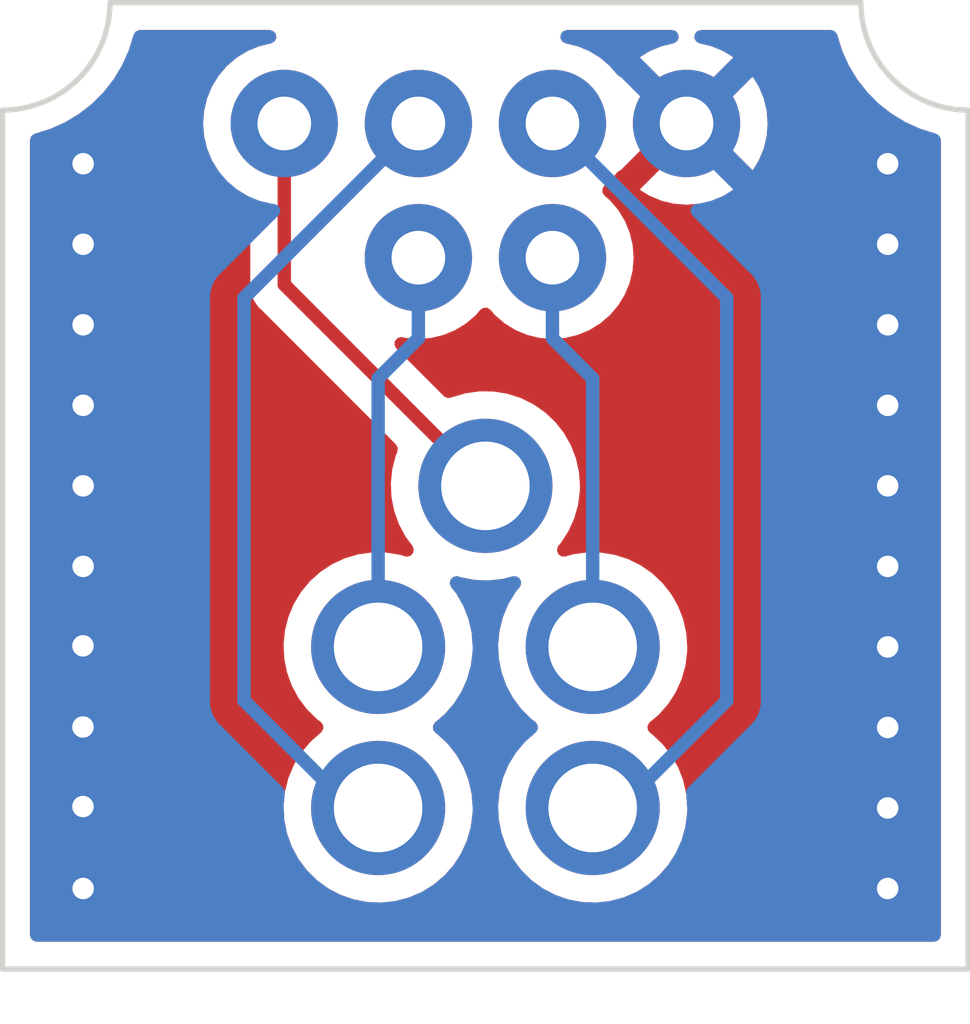
<source format=kicad_pcb>
(kicad_pcb (version 20211014) (generator pcbnew)
  (layers (0 "F.Cu" signal) (31 "B.Cu" signal) (34 "B.Paste" user) (35 "F.Paste" user) (36 "B.SilkS" user "B.Silkscreen") (37 "F.SilkS" user "F.Silkscreen") (38 "B.Mask" user) (39 "F.Mask" user) (44 "Edge.Cuts" user))
  (net 0 "")
  (net 1 "Net-(J1-Pad1)")
  (net 2 "GND")
  (net 3 "Net-(J4-Pad1)")
  (net 4 "Net-(J10-Pad1)")
  (net 5 "Net-(J11-Pad1)")
  (net 6 "Net-(J2-Pad1)")
  (footprint "Connector_MillMax:0965_1.65mm_Reverse" (layer "F.Cu") (at 155 106)
    (fp_text reference "J8" hide)
    (fp_text value "PogoPin")
    (pad "1" thru_hole circle (at 0 0) (size 2.5 2.5) (drill 1.65) (layers *.Cu *.Mask) (net 6 "Net-(J2-Pad1)"))
  )
  (footprint "Connector_MillMax:0508_20mil" (layer "F.Cu") (at 156.75 93.25)
    (fp_text reference "J7" hide)
    (fp_text value "PogoPin")
    (pad "1" thru_hole circle (at 0 0) (size 2 2) (drill 1) (layers *.Cu *.Mask) (net 2 "GND"))
  )
  (footprint "Connector_MillMax:0965_1.65mm_Reverse" (layer "F.Cu") (at 155 103)
    (fp_text reference "J10" hide)
    (fp_text value "PogoPin")
    (pad "1" thru_hole circle (at 0 0) (size 2.5 2.5) (drill 1.65) (layers *.Cu *.Mask) (net 4 "Net-(J10-Pad1)"))
  )
  (footprint "Connector_MillMax:0508_20mil" (layer "F.Cu") (at 154.25 93.25)
    (fp_text reference "J2" hide)
    (fp_text value "PogoPin")
    (pad "1" thru_hole circle (at 0 0) (size 2 2) (drill 1) (layers *.Cu *.Mask) (net 6 "Net-(J2-Pad1)"))
  )
  (footprint "Connector_MillMax:0965_1.65mm_Reverse" (layer "F.Cu") (at 151 103)
    (fp_text reference "J4" hide)
    (fp_text value "PogoPin")
    (pad "1" thru_hole circle (at 0 0) (size 2.5 2.5) (drill 1.65) (layers *.Cu *.Mask) (net 3 "Net-(J4-Pad1)"))
  )
  (footprint "Connector_MillMax:0965_1.65mm_Reverse" (layer "F.Cu") (at 151 106)
    (fp_text reference "J6" hide)
    (fp_text value "PogoPin")
    (pad "1" thru_hole circle (at 0 0) (size 2.5 2.5) (drill 1.65) (layers *.Cu *.Mask) (net 5 "Net-(J11-Pad1)"))
  )
  (footprint "Connector_MillMax:0508_20mil" (layer "F.Cu") (at 151.75 95.75)
    (fp_text reference "J5" hide)
    (fp_text value "PogoPin")
    (pad "1" thru_hole circle (at 0 0) (size 2 2) (drill 1) (layers *.Cu *.Mask) (net 3 "Net-(J4-Pad1)"))
  )
  (footprint "Connector_MillMax:0508_20mil" (layer "F.Cu") (at 151.75 93.25)
    (fp_text reference "J11" hide)
    (fp_text value "PogoPin")
    (pad "1" thru_hole circle (at 0 0) (size 2 2) (drill 1) (layers *.Cu *.Mask) (net 5 "Net-(J11-Pad1)"))
  )
  (footprint "Connector_MillMax:0508_20mil" (layer "F.Cu") (at 154.25 95.75)
    (fp_text reference "J3" hide)
    (fp_text value "PogoPin")
    (pad "1" thru_hole circle (at 0 0) (size 2 2) (drill 1) (layers *.Cu *.Mask) (net 4 "Net-(J10-Pad1)"))
  )
  (footprint "Connector_MillMax:0965_1.65mm_Reverse" (layer "F.Cu") (at 153 100)
    (fp_text reference "J1" hide)
    (fp_text value "PogoPin")
    (pad "1" thru_hole circle (at 0 0) (size 2.5 2.5) (drill 1.65) (layers *.Cu *.Mask) (net 1 "Net-(J1-Pad1)"))
  )
  (footprint "Connector_MillMax:0508_20mil" (layer "F.Cu") (at 149.25 93.25)
    (fp_text reference "J9" hide)
    (fp_text value "PogoPin")
    (pad "1" thru_hole circle (at 0 0) (size 2 2) (drill 1) (layers *.Cu *.Mask) (net 1 "Net-(J1-Pad1)"))
  )
  (gr_arc (start 162 93) (mid 160.585786 92.414214) (end 160 91) (layer "Edge.Cuts") (width 0.1))
  (gr_line (start 144 109) (end 162 109) (layer "Edge.Cuts") (width 0.1))
  (gr_arc (start 146 91) (mid 145.414214 92.414214) (end 144 93) (layer "Edge.Cuts") (width 0.1))
  (gr_line (start 144 93) (end 144 109) (layer "Edge.Cuts") (width 0.1))
  (gr_line (start 160 91) (end 146 91) (layer "Edge.Cuts") (width 0.1))
  (gr_line (start 162 109) (end 162 93) (layer "Edge.Cuts") (width 0.1))
  (segment (start 149.25 96.25) (end 149.25 93.25) (width 0.25) (layer "F.Cu") (net 1))
  (segment (start 153 100) (end 149.25 96.25) (width 0.25) (layer "F.Cu") (net 1))
  (via (at 160.5 97) (size 0.8) (drill 0.4) (layers "F.Cu" "B.Cu") (net 2))
  (via (at 160.5 94) (size 0.8) (drill 0.4) (layers "F.Cu" "B.Cu") (net 2))
  (via (at 145.5 98.5) (size 0.8) (drill 0.4) (layers "F.Cu" "B.Cu") (net 2))
  (via (at 145.5 100) (size 0.8) (drill 0.4) (layers "F.Cu" "B.Cu") (net 2))
  (via (at 160.5 101.5) (size 0.8) (drill 0.4) (layers "F.Cu" "B.Cu") (net 2))
  (via (at 160.5 104.5) (size 0.8) (drill 0.4) (layers "F.Cu" "B.Cu") (net 2))
  (via (at 145.5 107.5) (size 0.8) (drill 0.4) (layers "F.Cu" "B.Cu") (net 2))
  (via (at 145.496958 102.979649) (size 0.8) (drill 0.4) (layers "F.Cu" "B.Cu") (net 2))
  (via (at 160.5 106) (size 0.8) (drill 0.4) (layers "F.Cu" "B.Cu") (net 2))
  (via (at 160.5 95.5) (size 0.8) (drill 0.4) (layers "F.Cu" "B.Cu") (net 2))
  (via (at 145.496958 105.973373) (size 0.8) (drill 0.4) (layers "F.Cu" "B.Cu") (net 2))
  (via (at 145.5 97) (size 0.8) (drill 0.4) (layers "F.Cu" "B.Cu") (net 2))
  (via (at 160.5 98.5) (size 0.8) (drill 0.4) (layers "F.Cu" "B.Cu") (net 2))
  (via (at 160.5 107.5) (size 0.8) (drill 0.4) (layers "F.Cu" "B.Cu") (net 2))
  (via (at 160.5 103) (size 0.8) (drill 0.4) (layers "F.Cu" "B.Cu") (net 2))
  (via (at 145.5 101.5) (size 0.8) (drill 0.4) (layers "F.Cu" "B.Cu") (net 2))
  (via (at 145.5 94) (size 0.8) (drill 0.4) (layers "F.Cu" "B.Cu") (net 2))
  (via (at 145.5 95.5) (size 0.8) (drill 0.4) (layers "F.Cu" "B.Cu") (net 2))
  (via (at 160.5 100) (size 0.8) (drill 0.4) (layers "F.Cu" "B.Cu") (net 2))
  (via (at 145.496958 104.491631) (size 0.8) (drill 0.4) (layers "F.Cu" "B.Cu") (net 2))
  (segment (start 151.75 97.25) (end 151 98) (width 0.25) (layer "B.Cu") (net 3))
  (segment (start 151.75 95.75) (end 151.75 97.25) (width 0.25) (layer "B.Cu") (net 3))
  (segment (start 151 98) (end 151 103) (width 0.25) (layer "B.Cu") (net 3))
  (segment (start 154.25 97.25) (end 155 98) (width 0.25) (layer "B.Cu") (net 4))
  (segment (start 155 98) (end 155 103) (width 0.25) (layer "B.Cu") (net 4))
  (segment (start 154.25 95.75) (end 154.25 97.25) (width 0.25) (layer "B.Cu") (net 4))
  (segment (start 150.5 106) (end 151 106) (width 0.25) (layer "B.Cu") (net 5))
  (segment (start 148.5 104) (end 150.5 106) (width 0.25) (layer "B.Cu") (net 5))
  (segment (start 151.75 93.25) (end 148.5 96.5) (width 0.25) (layer "B.Cu") (net 5))
  (segment (start 148.5 96.5) (end 148.5 104) (width 0.25) (layer "B.Cu") (net 5))
  (segment (start 155.5 106) (end 155 106) (width 0.25) (layer "B.Cu") (net 6))
  (segment (start 157.5 96.5) (end 157.5 104) (width 0.25) (layer "B.Cu") (net 6))
  (segment (start 157.5 104) (end 155.5 106) (width 0.25) (layer "B.Cu") (net 6))
  (segment (start 154.25 93.25) (end 157.5 96.5) (width 0.25) (layer "B.Cu") (net 6))
  (zone (net 2) (net_name "GND") (layers F&B.Cu) (connect_pads (clearance 0.508)) (min_thickness 0.254) (fill yes (thermal_gap 0.508) (thermal_bridge_width 0.508))
    (polygon (pts (xy 162 109) (xy 144 109) (xy 144 91) (xy 162 91)))
  )
)
</source>
